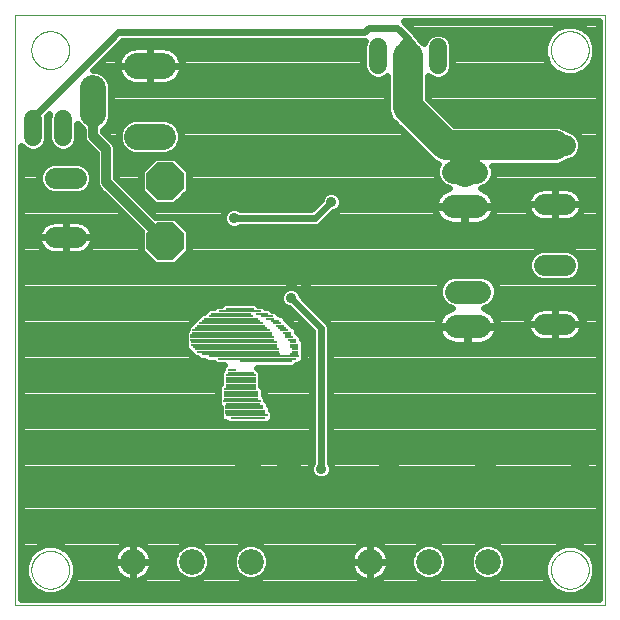
<source format=gbl>
G75*
%MOIN*%
%OFA0B0*%
%FSLAX25Y25*%
%IPPOS*%
%LPD*%
%AMOC8*
5,1,8,0,0,1.08239X$1,22.5*
%
%ADD10C,0.00000*%
%ADD11OC8,0.12400*%
%ADD12C,0.08600*%
%ADD13C,0.07800*%
%ADD14C,0.07050*%
%ADD15C,0.06000*%
%ADD16C,0.08600*%
%ADD17R,0.11811X0.00787*%
%ADD18R,0.14173X0.00787*%
%ADD19R,0.13386X0.00787*%
%ADD20R,0.12598X0.00787*%
%ADD21R,0.11024X0.00787*%
%ADD22R,0.10236X0.00787*%
%ADD23R,0.08661X0.00787*%
%ADD24R,0.03150X0.00787*%
%ADD25R,0.17323X0.00787*%
%ADD26R,0.25984X0.00787*%
%ADD27R,0.29921X0.00787*%
%ADD28R,0.02362X0.00787*%
%ADD29R,0.27559X0.00787*%
%ADD30R,0.28346X0.00787*%
%ADD31R,0.29134X0.00787*%
%ADD32R,0.26772X0.00787*%
%ADD33R,0.24409X0.00787*%
%ADD34R,0.22835X0.00787*%
%ADD35R,0.21260X0.00787*%
%ADD36R,0.19685X0.00787*%
%ADD37R,0.18110X0.00787*%
%ADD38R,0.03937X0.00787*%
%ADD39R,0.14961X0.00787*%
%ADD40R,0.09449X0.00787*%
%ADD41C,0.02400*%
%ADD42C,0.03562*%
%ADD43C,0.05906*%
%ADD44C,0.04000*%
%ADD45C,0.10000*%
%ADD46C,0.03200*%
D10*
X0002300Y0040837D02*
X0199150Y0040837D01*
X0199150Y0237687D01*
X0002300Y0237687D01*
X0002300Y0040837D01*
X0007812Y0052648D02*
X0007814Y0052806D01*
X0007820Y0052964D01*
X0007830Y0053122D01*
X0007844Y0053280D01*
X0007862Y0053437D01*
X0007883Y0053594D01*
X0007909Y0053750D01*
X0007939Y0053906D01*
X0007972Y0054061D01*
X0008010Y0054214D01*
X0008051Y0054367D01*
X0008096Y0054519D01*
X0008145Y0054670D01*
X0008198Y0054819D01*
X0008254Y0054967D01*
X0008314Y0055113D01*
X0008378Y0055258D01*
X0008446Y0055401D01*
X0008517Y0055543D01*
X0008591Y0055683D01*
X0008669Y0055820D01*
X0008751Y0055956D01*
X0008835Y0056090D01*
X0008924Y0056221D01*
X0009015Y0056350D01*
X0009110Y0056477D01*
X0009207Y0056602D01*
X0009308Y0056724D01*
X0009412Y0056843D01*
X0009519Y0056960D01*
X0009629Y0057074D01*
X0009742Y0057185D01*
X0009857Y0057294D01*
X0009975Y0057399D01*
X0010096Y0057501D01*
X0010219Y0057601D01*
X0010345Y0057697D01*
X0010473Y0057790D01*
X0010603Y0057880D01*
X0010736Y0057966D01*
X0010871Y0058050D01*
X0011007Y0058129D01*
X0011146Y0058206D01*
X0011287Y0058278D01*
X0011429Y0058348D01*
X0011573Y0058413D01*
X0011719Y0058475D01*
X0011866Y0058533D01*
X0012015Y0058588D01*
X0012165Y0058639D01*
X0012316Y0058686D01*
X0012468Y0058729D01*
X0012621Y0058768D01*
X0012776Y0058804D01*
X0012931Y0058835D01*
X0013087Y0058863D01*
X0013243Y0058887D01*
X0013400Y0058907D01*
X0013558Y0058923D01*
X0013715Y0058935D01*
X0013874Y0058943D01*
X0014032Y0058947D01*
X0014190Y0058947D01*
X0014348Y0058943D01*
X0014507Y0058935D01*
X0014664Y0058923D01*
X0014822Y0058907D01*
X0014979Y0058887D01*
X0015135Y0058863D01*
X0015291Y0058835D01*
X0015446Y0058804D01*
X0015601Y0058768D01*
X0015754Y0058729D01*
X0015906Y0058686D01*
X0016057Y0058639D01*
X0016207Y0058588D01*
X0016356Y0058533D01*
X0016503Y0058475D01*
X0016649Y0058413D01*
X0016793Y0058348D01*
X0016935Y0058278D01*
X0017076Y0058206D01*
X0017215Y0058129D01*
X0017351Y0058050D01*
X0017486Y0057966D01*
X0017619Y0057880D01*
X0017749Y0057790D01*
X0017877Y0057697D01*
X0018003Y0057601D01*
X0018126Y0057501D01*
X0018247Y0057399D01*
X0018365Y0057294D01*
X0018480Y0057185D01*
X0018593Y0057074D01*
X0018703Y0056960D01*
X0018810Y0056843D01*
X0018914Y0056724D01*
X0019015Y0056602D01*
X0019112Y0056477D01*
X0019207Y0056350D01*
X0019298Y0056221D01*
X0019387Y0056090D01*
X0019471Y0055956D01*
X0019553Y0055820D01*
X0019631Y0055683D01*
X0019705Y0055543D01*
X0019776Y0055401D01*
X0019844Y0055258D01*
X0019908Y0055113D01*
X0019968Y0054967D01*
X0020024Y0054819D01*
X0020077Y0054670D01*
X0020126Y0054519D01*
X0020171Y0054367D01*
X0020212Y0054214D01*
X0020250Y0054061D01*
X0020283Y0053906D01*
X0020313Y0053750D01*
X0020339Y0053594D01*
X0020360Y0053437D01*
X0020378Y0053280D01*
X0020392Y0053122D01*
X0020402Y0052964D01*
X0020408Y0052806D01*
X0020410Y0052648D01*
X0020408Y0052490D01*
X0020402Y0052332D01*
X0020392Y0052174D01*
X0020378Y0052016D01*
X0020360Y0051859D01*
X0020339Y0051702D01*
X0020313Y0051546D01*
X0020283Y0051390D01*
X0020250Y0051235D01*
X0020212Y0051082D01*
X0020171Y0050929D01*
X0020126Y0050777D01*
X0020077Y0050626D01*
X0020024Y0050477D01*
X0019968Y0050329D01*
X0019908Y0050183D01*
X0019844Y0050038D01*
X0019776Y0049895D01*
X0019705Y0049753D01*
X0019631Y0049613D01*
X0019553Y0049476D01*
X0019471Y0049340D01*
X0019387Y0049206D01*
X0019298Y0049075D01*
X0019207Y0048946D01*
X0019112Y0048819D01*
X0019015Y0048694D01*
X0018914Y0048572D01*
X0018810Y0048453D01*
X0018703Y0048336D01*
X0018593Y0048222D01*
X0018480Y0048111D01*
X0018365Y0048002D01*
X0018247Y0047897D01*
X0018126Y0047795D01*
X0018003Y0047695D01*
X0017877Y0047599D01*
X0017749Y0047506D01*
X0017619Y0047416D01*
X0017486Y0047330D01*
X0017351Y0047246D01*
X0017215Y0047167D01*
X0017076Y0047090D01*
X0016935Y0047018D01*
X0016793Y0046948D01*
X0016649Y0046883D01*
X0016503Y0046821D01*
X0016356Y0046763D01*
X0016207Y0046708D01*
X0016057Y0046657D01*
X0015906Y0046610D01*
X0015754Y0046567D01*
X0015601Y0046528D01*
X0015446Y0046492D01*
X0015291Y0046461D01*
X0015135Y0046433D01*
X0014979Y0046409D01*
X0014822Y0046389D01*
X0014664Y0046373D01*
X0014507Y0046361D01*
X0014348Y0046353D01*
X0014190Y0046349D01*
X0014032Y0046349D01*
X0013874Y0046353D01*
X0013715Y0046361D01*
X0013558Y0046373D01*
X0013400Y0046389D01*
X0013243Y0046409D01*
X0013087Y0046433D01*
X0012931Y0046461D01*
X0012776Y0046492D01*
X0012621Y0046528D01*
X0012468Y0046567D01*
X0012316Y0046610D01*
X0012165Y0046657D01*
X0012015Y0046708D01*
X0011866Y0046763D01*
X0011719Y0046821D01*
X0011573Y0046883D01*
X0011429Y0046948D01*
X0011287Y0047018D01*
X0011146Y0047090D01*
X0011007Y0047167D01*
X0010871Y0047246D01*
X0010736Y0047330D01*
X0010603Y0047416D01*
X0010473Y0047506D01*
X0010345Y0047599D01*
X0010219Y0047695D01*
X0010096Y0047795D01*
X0009975Y0047897D01*
X0009857Y0048002D01*
X0009742Y0048111D01*
X0009629Y0048222D01*
X0009519Y0048336D01*
X0009412Y0048453D01*
X0009308Y0048572D01*
X0009207Y0048694D01*
X0009110Y0048819D01*
X0009015Y0048946D01*
X0008924Y0049075D01*
X0008835Y0049206D01*
X0008751Y0049340D01*
X0008669Y0049476D01*
X0008591Y0049613D01*
X0008517Y0049753D01*
X0008446Y0049895D01*
X0008378Y0050038D01*
X0008314Y0050183D01*
X0008254Y0050329D01*
X0008198Y0050477D01*
X0008145Y0050626D01*
X0008096Y0050777D01*
X0008051Y0050929D01*
X0008010Y0051082D01*
X0007972Y0051235D01*
X0007939Y0051390D01*
X0007909Y0051546D01*
X0007883Y0051702D01*
X0007862Y0051859D01*
X0007844Y0052016D01*
X0007830Y0052174D01*
X0007820Y0052332D01*
X0007814Y0052490D01*
X0007812Y0052648D01*
X0007812Y0225876D02*
X0007814Y0226034D01*
X0007820Y0226192D01*
X0007830Y0226350D01*
X0007844Y0226508D01*
X0007862Y0226665D01*
X0007883Y0226822D01*
X0007909Y0226978D01*
X0007939Y0227134D01*
X0007972Y0227289D01*
X0008010Y0227442D01*
X0008051Y0227595D01*
X0008096Y0227747D01*
X0008145Y0227898D01*
X0008198Y0228047D01*
X0008254Y0228195D01*
X0008314Y0228341D01*
X0008378Y0228486D01*
X0008446Y0228629D01*
X0008517Y0228771D01*
X0008591Y0228911D01*
X0008669Y0229048D01*
X0008751Y0229184D01*
X0008835Y0229318D01*
X0008924Y0229449D01*
X0009015Y0229578D01*
X0009110Y0229705D01*
X0009207Y0229830D01*
X0009308Y0229952D01*
X0009412Y0230071D01*
X0009519Y0230188D01*
X0009629Y0230302D01*
X0009742Y0230413D01*
X0009857Y0230522D01*
X0009975Y0230627D01*
X0010096Y0230729D01*
X0010219Y0230829D01*
X0010345Y0230925D01*
X0010473Y0231018D01*
X0010603Y0231108D01*
X0010736Y0231194D01*
X0010871Y0231278D01*
X0011007Y0231357D01*
X0011146Y0231434D01*
X0011287Y0231506D01*
X0011429Y0231576D01*
X0011573Y0231641D01*
X0011719Y0231703D01*
X0011866Y0231761D01*
X0012015Y0231816D01*
X0012165Y0231867D01*
X0012316Y0231914D01*
X0012468Y0231957D01*
X0012621Y0231996D01*
X0012776Y0232032D01*
X0012931Y0232063D01*
X0013087Y0232091D01*
X0013243Y0232115D01*
X0013400Y0232135D01*
X0013558Y0232151D01*
X0013715Y0232163D01*
X0013874Y0232171D01*
X0014032Y0232175D01*
X0014190Y0232175D01*
X0014348Y0232171D01*
X0014507Y0232163D01*
X0014664Y0232151D01*
X0014822Y0232135D01*
X0014979Y0232115D01*
X0015135Y0232091D01*
X0015291Y0232063D01*
X0015446Y0232032D01*
X0015601Y0231996D01*
X0015754Y0231957D01*
X0015906Y0231914D01*
X0016057Y0231867D01*
X0016207Y0231816D01*
X0016356Y0231761D01*
X0016503Y0231703D01*
X0016649Y0231641D01*
X0016793Y0231576D01*
X0016935Y0231506D01*
X0017076Y0231434D01*
X0017215Y0231357D01*
X0017351Y0231278D01*
X0017486Y0231194D01*
X0017619Y0231108D01*
X0017749Y0231018D01*
X0017877Y0230925D01*
X0018003Y0230829D01*
X0018126Y0230729D01*
X0018247Y0230627D01*
X0018365Y0230522D01*
X0018480Y0230413D01*
X0018593Y0230302D01*
X0018703Y0230188D01*
X0018810Y0230071D01*
X0018914Y0229952D01*
X0019015Y0229830D01*
X0019112Y0229705D01*
X0019207Y0229578D01*
X0019298Y0229449D01*
X0019387Y0229318D01*
X0019471Y0229184D01*
X0019553Y0229048D01*
X0019631Y0228911D01*
X0019705Y0228771D01*
X0019776Y0228629D01*
X0019844Y0228486D01*
X0019908Y0228341D01*
X0019968Y0228195D01*
X0020024Y0228047D01*
X0020077Y0227898D01*
X0020126Y0227747D01*
X0020171Y0227595D01*
X0020212Y0227442D01*
X0020250Y0227289D01*
X0020283Y0227134D01*
X0020313Y0226978D01*
X0020339Y0226822D01*
X0020360Y0226665D01*
X0020378Y0226508D01*
X0020392Y0226350D01*
X0020402Y0226192D01*
X0020408Y0226034D01*
X0020410Y0225876D01*
X0020408Y0225718D01*
X0020402Y0225560D01*
X0020392Y0225402D01*
X0020378Y0225244D01*
X0020360Y0225087D01*
X0020339Y0224930D01*
X0020313Y0224774D01*
X0020283Y0224618D01*
X0020250Y0224463D01*
X0020212Y0224310D01*
X0020171Y0224157D01*
X0020126Y0224005D01*
X0020077Y0223854D01*
X0020024Y0223705D01*
X0019968Y0223557D01*
X0019908Y0223411D01*
X0019844Y0223266D01*
X0019776Y0223123D01*
X0019705Y0222981D01*
X0019631Y0222841D01*
X0019553Y0222704D01*
X0019471Y0222568D01*
X0019387Y0222434D01*
X0019298Y0222303D01*
X0019207Y0222174D01*
X0019112Y0222047D01*
X0019015Y0221922D01*
X0018914Y0221800D01*
X0018810Y0221681D01*
X0018703Y0221564D01*
X0018593Y0221450D01*
X0018480Y0221339D01*
X0018365Y0221230D01*
X0018247Y0221125D01*
X0018126Y0221023D01*
X0018003Y0220923D01*
X0017877Y0220827D01*
X0017749Y0220734D01*
X0017619Y0220644D01*
X0017486Y0220558D01*
X0017351Y0220474D01*
X0017215Y0220395D01*
X0017076Y0220318D01*
X0016935Y0220246D01*
X0016793Y0220176D01*
X0016649Y0220111D01*
X0016503Y0220049D01*
X0016356Y0219991D01*
X0016207Y0219936D01*
X0016057Y0219885D01*
X0015906Y0219838D01*
X0015754Y0219795D01*
X0015601Y0219756D01*
X0015446Y0219720D01*
X0015291Y0219689D01*
X0015135Y0219661D01*
X0014979Y0219637D01*
X0014822Y0219617D01*
X0014664Y0219601D01*
X0014507Y0219589D01*
X0014348Y0219581D01*
X0014190Y0219577D01*
X0014032Y0219577D01*
X0013874Y0219581D01*
X0013715Y0219589D01*
X0013558Y0219601D01*
X0013400Y0219617D01*
X0013243Y0219637D01*
X0013087Y0219661D01*
X0012931Y0219689D01*
X0012776Y0219720D01*
X0012621Y0219756D01*
X0012468Y0219795D01*
X0012316Y0219838D01*
X0012165Y0219885D01*
X0012015Y0219936D01*
X0011866Y0219991D01*
X0011719Y0220049D01*
X0011573Y0220111D01*
X0011429Y0220176D01*
X0011287Y0220246D01*
X0011146Y0220318D01*
X0011007Y0220395D01*
X0010871Y0220474D01*
X0010736Y0220558D01*
X0010603Y0220644D01*
X0010473Y0220734D01*
X0010345Y0220827D01*
X0010219Y0220923D01*
X0010096Y0221023D01*
X0009975Y0221125D01*
X0009857Y0221230D01*
X0009742Y0221339D01*
X0009629Y0221450D01*
X0009519Y0221564D01*
X0009412Y0221681D01*
X0009308Y0221800D01*
X0009207Y0221922D01*
X0009110Y0222047D01*
X0009015Y0222174D01*
X0008924Y0222303D01*
X0008835Y0222434D01*
X0008751Y0222568D01*
X0008669Y0222704D01*
X0008591Y0222841D01*
X0008517Y0222981D01*
X0008446Y0223123D01*
X0008378Y0223266D01*
X0008314Y0223411D01*
X0008254Y0223557D01*
X0008198Y0223705D01*
X0008145Y0223854D01*
X0008096Y0224005D01*
X0008051Y0224157D01*
X0008010Y0224310D01*
X0007972Y0224463D01*
X0007939Y0224618D01*
X0007909Y0224774D01*
X0007883Y0224930D01*
X0007862Y0225087D01*
X0007844Y0225244D01*
X0007830Y0225402D01*
X0007820Y0225560D01*
X0007814Y0225718D01*
X0007812Y0225876D01*
X0181040Y0225876D02*
X0181042Y0226034D01*
X0181048Y0226192D01*
X0181058Y0226350D01*
X0181072Y0226508D01*
X0181090Y0226665D01*
X0181111Y0226822D01*
X0181137Y0226978D01*
X0181167Y0227134D01*
X0181200Y0227289D01*
X0181238Y0227442D01*
X0181279Y0227595D01*
X0181324Y0227747D01*
X0181373Y0227898D01*
X0181426Y0228047D01*
X0181482Y0228195D01*
X0181542Y0228341D01*
X0181606Y0228486D01*
X0181674Y0228629D01*
X0181745Y0228771D01*
X0181819Y0228911D01*
X0181897Y0229048D01*
X0181979Y0229184D01*
X0182063Y0229318D01*
X0182152Y0229449D01*
X0182243Y0229578D01*
X0182338Y0229705D01*
X0182435Y0229830D01*
X0182536Y0229952D01*
X0182640Y0230071D01*
X0182747Y0230188D01*
X0182857Y0230302D01*
X0182970Y0230413D01*
X0183085Y0230522D01*
X0183203Y0230627D01*
X0183324Y0230729D01*
X0183447Y0230829D01*
X0183573Y0230925D01*
X0183701Y0231018D01*
X0183831Y0231108D01*
X0183964Y0231194D01*
X0184099Y0231278D01*
X0184235Y0231357D01*
X0184374Y0231434D01*
X0184515Y0231506D01*
X0184657Y0231576D01*
X0184801Y0231641D01*
X0184947Y0231703D01*
X0185094Y0231761D01*
X0185243Y0231816D01*
X0185393Y0231867D01*
X0185544Y0231914D01*
X0185696Y0231957D01*
X0185849Y0231996D01*
X0186004Y0232032D01*
X0186159Y0232063D01*
X0186315Y0232091D01*
X0186471Y0232115D01*
X0186628Y0232135D01*
X0186786Y0232151D01*
X0186943Y0232163D01*
X0187102Y0232171D01*
X0187260Y0232175D01*
X0187418Y0232175D01*
X0187576Y0232171D01*
X0187735Y0232163D01*
X0187892Y0232151D01*
X0188050Y0232135D01*
X0188207Y0232115D01*
X0188363Y0232091D01*
X0188519Y0232063D01*
X0188674Y0232032D01*
X0188829Y0231996D01*
X0188982Y0231957D01*
X0189134Y0231914D01*
X0189285Y0231867D01*
X0189435Y0231816D01*
X0189584Y0231761D01*
X0189731Y0231703D01*
X0189877Y0231641D01*
X0190021Y0231576D01*
X0190163Y0231506D01*
X0190304Y0231434D01*
X0190443Y0231357D01*
X0190579Y0231278D01*
X0190714Y0231194D01*
X0190847Y0231108D01*
X0190977Y0231018D01*
X0191105Y0230925D01*
X0191231Y0230829D01*
X0191354Y0230729D01*
X0191475Y0230627D01*
X0191593Y0230522D01*
X0191708Y0230413D01*
X0191821Y0230302D01*
X0191931Y0230188D01*
X0192038Y0230071D01*
X0192142Y0229952D01*
X0192243Y0229830D01*
X0192340Y0229705D01*
X0192435Y0229578D01*
X0192526Y0229449D01*
X0192615Y0229318D01*
X0192699Y0229184D01*
X0192781Y0229048D01*
X0192859Y0228911D01*
X0192933Y0228771D01*
X0193004Y0228629D01*
X0193072Y0228486D01*
X0193136Y0228341D01*
X0193196Y0228195D01*
X0193252Y0228047D01*
X0193305Y0227898D01*
X0193354Y0227747D01*
X0193399Y0227595D01*
X0193440Y0227442D01*
X0193478Y0227289D01*
X0193511Y0227134D01*
X0193541Y0226978D01*
X0193567Y0226822D01*
X0193588Y0226665D01*
X0193606Y0226508D01*
X0193620Y0226350D01*
X0193630Y0226192D01*
X0193636Y0226034D01*
X0193638Y0225876D01*
X0193636Y0225718D01*
X0193630Y0225560D01*
X0193620Y0225402D01*
X0193606Y0225244D01*
X0193588Y0225087D01*
X0193567Y0224930D01*
X0193541Y0224774D01*
X0193511Y0224618D01*
X0193478Y0224463D01*
X0193440Y0224310D01*
X0193399Y0224157D01*
X0193354Y0224005D01*
X0193305Y0223854D01*
X0193252Y0223705D01*
X0193196Y0223557D01*
X0193136Y0223411D01*
X0193072Y0223266D01*
X0193004Y0223123D01*
X0192933Y0222981D01*
X0192859Y0222841D01*
X0192781Y0222704D01*
X0192699Y0222568D01*
X0192615Y0222434D01*
X0192526Y0222303D01*
X0192435Y0222174D01*
X0192340Y0222047D01*
X0192243Y0221922D01*
X0192142Y0221800D01*
X0192038Y0221681D01*
X0191931Y0221564D01*
X0191821Y0221450D01*
X0191708Y0221339D01*
X0191593Y0221230D01*
X0191475Y0221125D01*
X0191354Y0221023D01*
X0191231Y0220923D01*
X0191105Y0220827D01*
X0190977Y0220734D01*
X0190847Y0220644D01*
X0190714Y0220558D01*
X0190579Y0220474D01*
X0190443Y0220395D01*
X0190304Y0220318D01*
X0190163Y0220246D01*
X0190021Y0220176D01*
X0189877Y0220111D01*
X0189731Y0220049D01*
X0189584Y0219991D01*
X0189435Y0219936D01*
X0189285Y0219885D01*
X0189134Y0219838D01*
X0188982Y0219795D01*
X0188829Y0219756D01*
X0188674Y0219720D01*
X0188519Y0219689D01*
X0188363Y0219661D01*
X0188207Y0219637D01*
X0188050Y0219617D01*
X0187892Y0219601D01*
X0187735Y0219589D01*
X0187576Y0219581D01*
X0187418Y0219577D01*
X0187260Y0219577D01*
X0187102Y0219581D01*
X0186943Y0219589D01*
X0186786Y0219601D01*
X0186628Y0219617D01*
X0186471Y0219637D01*
X0186315Y0219661D01*
X0186159Y0219689D01*
X0186004Y0219720D01*
X0185849Y0219756D01*
X0185696Y0219795D01*
X0185544Y0219838D01*
X0185393Y0219885D01*
X0185243Y0219936D01*
X0185094Y0219991D01*
X0184947Y0220049D01*
X0184801Y0220111D01*
X0184657Y0220176D01*
X0184515Y0220246D01*
X0184374Y0220318D01*
X0184235Y0220395D01*
X0184099Y0220474D01*
X0183964Y0220558D01*
X0183831Y0220644D01*
X0183701Y0220734D01*
X0183573Y0220827D01*
X0183447Y0220923D01*
X0183324Y0221023D01*
X0183203Y0221125D01*
X0183085Y0221230D01*
X0182970Y0221339D01*
X0182857Y0221450D01*
X0182747Y0221564D01*
X0182640Y0221681D01*
X0182536Y0221800D01*
X0182435Y0221922D01*
X0182338Y0222047D01*
X0182243Y0222174D01*
X0182152Y0222303D01*
X0182063Y0222434D01*
X0181979Y0222568D01*
X0181897Y0222704D01*
X0181819Y0222841D01*
X0181745Y0222981D01*
X0181674Y0223123D01*
X0181606Y0223266D01*
X0181542Y0223411D01*
X0181482Y0223557D01*
X0181426Y0223705D01*
X0181373Y0223854D01*
X0181324Y0224005D01*
X0181279Y0224157D01*
X0181238Y0224310D01*
X0181200Y0224463D01*
X0181167Y0224618D01*
X0181137Y0224774D01*
X0181111Y0224930D01*
X0181090Y0225087D01*
X0181072Y0225244D01*
X0181058Y0225402D01*
X0181048Y0225560D01*
X0181042Y0225718D01*
X0181040Y0225876D01*
X0181040Y0052648D02*
X0181042Y0052806D01*
X0181048Y0052964D01*
X0181058Y0053122D01*
X0181072Y0053280D01*
X0181090Y0053437D01*
X0181111Y0053594D01*
X0181137Y0053750D01*
X0181167Y0053906D01*
X0181200Y0054061D01*
X0181238Y0054214D01*
X0181279Y0054367D01*
X0181324Y0054519D01*
X0181373Y0054670D01*
X0181426Y0054819D01*
X0181482Y0054967D01*
X0181542Y0055113D01*
X0181606Y0055258D01*
X0181674Y0055401D01*
X0181745Y0055543D01*
X0181819Y0055683D01*
X0181897Y0055820D01*
X0181979Y0055956D01*
X0182063Y0056090D01*
X0182152Y0056221D01*
X0182243Y0056350D01*
X0182338Y0056477D01*
X0182435Y0056602D01*
X0182536Y0056724D01*
X0182640Y0056843D01*
X0182747Y0056960D01*
X0182857Y0057074D01*
X0182970Y0057185D01*
X0183085Y0057294D01*
X0183203Y0057399D01*
X0183324Y0057501D01*
X0183447Y0057601D01*
X0183573Y0057697D01*
X0183701Y0057790D01*
X0183831Y0057880D01*
X0183964Y0057966D01*
X0184099Y0058050D01*
X0184235Y0058129D01*
X0184374Y0058206D01*
X0184515Y0058278D01*
X0184657Y0058348D01*
X0184801Y0058413D01*
X0184947Y0058475D01*
X0185094Y0058533D01*
X0185243Y0058588D01*
X0185393Y0058639D01*
X0185544Y0058686D01*
X0185696Y0058729D01*
X0185849Y0058768D01*
X0186004Y0058804D01*
X0186159Y0058835D01*
X0186315Y0058863D01*
X0186471Y0058887D01*
X0186628Y0058907D01*
X0186786Y0058923D01*
X0186943Y0058935D01*
X0187102Y0058943D01*
X0187260Y0058947D01*
X0187418Y0058947D01*
X0187576Y0058943D01*
X0187735Y0058935D01*
X0187892Y0058923D01*
X0188050Y0058907D01*
X0188207Y0058887D01*
X0188363Y0058863D01*
X0188519Y0058835D01*
X0188674Y0058804D01*
X0188829Y0058768D01*
X0188982Y0058729D01*
X0189134Y0058686D01*
X0189285Y0058639D01*
X0189435Y0058588D01*
X0189584Y0058533D01*
X0189731Y0058475D01*
X0189877Y0058413D01*
X0190021Y0058348D01*
X0190163Y0058278D01*
X0190304Y0058206D01*
X0190443Y0058129D01*
X0190579Y0058050D01*
X0190714Y0057966D01*
X0190847Y0057880D01*
X0190977Y0057790D01*
X0191105Y0057697D01*
X0191231Y0057601D01*
X0191354Y0057501D01*
X0191475Y0057399D01*
X0191593Y0057294D01*
X0191708Y0057185D01*
X0191821Y0057074D01*
X0191931Y0056960D01*
X0192038Y0056843D01*
X0192142Y0056724D01*
X0192243Y0056602D01*
X0192340Y0056477D01*
X0192435Y0056350D01*
X0192526Y0056221D01*
X0192615Y0056090D01*
X0192699Y0055956D01*
X0192781Y0055820D01*
X0192859Y0055683D01*
X0192933Y0055543D01*
X0193004Y0055401D01*
X0193072Y0055258D01*
X0193136Y0055113D01*
X0193196Y0054967D01*
X0193252Y0054819D01*
X0193305Y0054670D01*
X0193354Y0054519D01*
X0193399Y0054367D01*
X0193440Y0054214D01*
X0193478Y0054061D01*
X0193511Y0053906D01*
X0193541Y0053750D01*
X0193567Y0053594D01*
X0193588Y0053437D01*
X0193606Y0053280D01*
X0193620Y0053122D01*
X0193630Y0052964D01*
X0193636Y0052806D01*
X0193638Y0052648D01*
X0193636Y0052490D01*
X0193630Y0052332D01*
X0193620Y0052174D01*
X0193606Y0052016D01*
X0193588Y0051859D01*
X0193567Y0051702D01*
X0193541Y0051546D01*
X0193511Y0051390D01*
X0193478Y0051235D01*
X0193440Y0051082D01*
X0193399Y0050929D01*
X0193354Y0050777D01*
X0193305Y0050626D01*
X0193252Y0050477D01*
X0193196Y0050329D01*
X0193136Y0050183D01*
X0193072Y0050038D01*
X0193004Y0049895D01*
X0192933Y0049753D01*
X0192859Y0049613D01*
X0192781Y0049476D01*
X0192699Y0049340D01*
X0192615Y0049206D01*
X0192526Y0049075D01*
X0192435Y0048946D01*
X0192340Y0048819D01*
X0192243Y0048694D01*
X0192142Y0048572D01*
X0192038Y0048453D01*
X0191931Y0048336D01*
X0191821Y0048222D01*
X0191708Y0048111D01*
X0191593Y0048002D01*
X0191475Y0047897D01*
X0191354Y0047795D01*
X0191231Y0047695D01*
X0191105Y0047599D01*
X0190977Y0047506D01*
X0190847Y0047416D01*
X0190714Y0047330D01*
X0190579Y0047246D01*
X0190443Y0047167D01*
X0190304Y0047090D01*
X0190163Y0047018D01*
X0190021Y0046948D01*
X0189877Y0046883D01*
X0189731Y0046821D01*
X0189584Y0046763D01*
X0189435Y0046708D01*
X0189285Y0046657D01*
X0189134Y0046610D01*
X0188982Y0046567D01*
X0188829Y0046528D01*
X0188674Y0046492D01*
X0188519Y0046461D01*
X0188363Y0046433D01*
X0188207Y0046409D01*
X0188050Y0046389D01*
X0187892Y0046373D01*
X0187735Y0046361D01*
X0187576Y0046353D01*
X0187418Y0046349D01*
X0187260Y0046349D01*
X0187102Y0046353D01*
X0186943Y0046361D01*
X0186786Y0046373D01*
X0186628Y0046389D01*
X0186471Y0046409D01*
X0186315Y0046433D01*
X0186159Y0046461D01*
X0186004Y0046492D01*
X0185849Y0046528D01*
X0185696Y0046567D01*
X0185544Y0046610D01*
X0185393Y0046657D01*
X0185243Y0046708D01*
X0185094Y0046763D01*
X0184947Y0046821D01*
X0184801Y0046883D01*
X0184657Y0046948D01*
X0184515Y0047018D01*
X0184374Y0047090D01*
X0184235Y0047167D01*
X0184099Y0047246D01*
X0183964Y0047330D01*
X0183831Y0047416D01*
X0183701Y0047506D01*
X0183573Y0047599D01*
X0183447Y0047695D01*
X0183324Y0047795D01*
X0183203Y0047897D01*
X0183085Y0048002D01*
X0182970Y0048111D01*
X0182857Y0048222D01*
X0182747Y0048336D01*
X0182640Y0048453D01*
X0182536Y0048572D01*
X0182435Y0048694D01*
X0182338Y0048819D01*
X0182243Y0048946D01*
X0182152Y0049075D01*
X0182063Y0049206D01*
X0181979Y0049340D01*
X0181897Y0049476D01*
X0181819Y0049613D01*
X0181745Y0049753D01*
X0181674Y0049895D01*
X0181606Y0050038D01*
X0181542Y0050183D01*
X0181482Y0050329D01*
X0181426Y0050477D01*
X0181373Y0050626D01*
X0181324Y0050777D01*
X0181279Y0050929D01*
X0181238Y0051082D01*
X0181200Y0051235D01*
X0181167Y0051390D01*
X0181137Y0051546D01*
X0181111Y0051702D01*
X0181090Y0051859D01*
X0181072Y0052016D01*
X0181058Y0052174D01*
X0181048Y0052332D01*
X0181042Y0052490D01*
X0181040Y0052648D01*
D11*
X0052300Y0162337D03*
X0052300Y0182337D03*
D12*
X0051600Y0197026D02*
X0043000Y0197026D01*
X0028402Y0204537D02*
X0028402Y0213137D01*
X0043000Y0220648D02*
X0051600Y0220648D01*
D13*
X0148400Y0185337D02*
X0156200Y0185337D01*
X0156200Y0173837D02*
X0148400Y0173837D01*
X0149400Y0145337D02*
X0157200Y0145337D01*
X0157200Y0133837D02*
X0149400Y0133837D01*
D14*
X0178775Y0134494D02*
X0185825Y0134494D01*
X0185825Y0154180D02*
X0178775Y0154180D01*
X0178775Y0174494D02*
X0185825Y0174494D01*
X0185825Y0194180D02*
X0178775Y0194180D01*
X0022825Y0183180D02*
X0015775Y0183180D01*
X0015775Y0163494D02*
X0022825Y0163494D01*
D15*
X0018300Y0196837D02*
X0018300Y0202837D01*
X0008300Y0202837D02*
X0008300Y0196837D01*
X0123300Y0220837D02*
X0123300Y0226837D01*
X0133300Y0226837D02*
X0133300Y0220837D01*
X0143300Y0220837D02*
X0143300Y0226837D01*
D16*
X0140300Y0055337D03*
X0120615Y0055337D03*
X0080985Y0055337D03*
X0061300Y0055337D03*
X0041615Y0055337D03*
X0159985Y0055337D03*
D17*
X0079977Y0103337D03*
X0078402Y0108061D03*
X0077615Y0109636D03*
X0077615Y0110424D03*
X0077615Y0111211D03*
X0077615Y0111998D03*
D18*
X0079583Y0104124D03*
X0077221Y0138770D03*
D19*
X0074465Y0137983D03*
X0079190Y0105699D03*
X0079190Y0104912D03*
D20*
X0078796Y0106487D03*
X0078796Y0107274D03*
X0078009Y0108849D03*
D21*
X0077221Y0112786D03*
D22*
X0077615Y0113573D03*
X0077615Y0114361D03*
X0077615Y0115148D03*
X0077615Y0115935D03*
X0077615Y0116723D03*
X0077615Y0117510D03*
D23*
X0077615Y0118298D03*
D24*
X0074859Y0119085D03*
X0087457Y0136408D03*
X0089032Y0135620D03*
X0089820Y0134833D03*
X0090607Y0134046D03*
X0091394Y0133258D03*
X0092182Y0132471D03*
X0092969Y0131683D03*
X0093757Y0130109D03*
X0094544Y0129321D03*
X0095331Y0127746D03*
X0095331Y0126959D03*
X0095331Y0124597D03*
D25*
X0085883Y0122235D03*
D26*
X0083127Y0123022D03*
X0077615Y0124597D03*
X0074465Y0132471D03*
D27*
X0081946Y0123809D03*
D28*
X0093363Y0130896D03*
X0094938Y0128534D03*
X0095725Y0126172D03*
X0095725Y0125384D03*
D29*
X0076828Y0125384D03*
X0074465Y0130896D03*
D30*
X0074859Y0130109D03*
X0074859Y0129321D03*
X0075646Y0126959D03*
X0076434Y0126172D03*
D31*
X0075253Y0127746D03*
X0075253Y0128534D03*
D32*
X0074859Y0131683D03*
D33*
X0074465Y0133258D03*
D34*
X0074465Y0134046D03*
D35*
X0074465Y0134833D03*
D36*
X0074465Y0135620D03*
D37*
X0074465Y0136408D03*
D38*
X0084702Y0137983D03*
X0086276Y0137195D03*
D39*
X0074465Y0137195D03*
D40*
X0077221Y0139557D03*
D41*
X0071751Y0141751D02*
X0070964Y0140964D01*
X0069389Y0140964D01*
X0068602Y0140176D01*
X0067027Y0140176D01*
X0065972Y0139122D01*
X0065452Y0138602D01*
X0064665Y0138602D01*
X0063610Y0137547D01*
X0062823Y0136760D01*
X0062035Y0135972D01*
X0061248Y0135185D01*
X0060461Y0134398D01*
X0060461Y0134398D01*
X0059673Y0133610D01*
X0059673Y0132823D01*
X0058886Y0132035D01*
X0058886Y0126607D01*
X0059940Y0125553D01*
X0060728Y0124765D01*
X0061515Y0123978D01*
X0062302Y0123191D01*
X0063090Y0123191D01*
X0063877Y0122403D01*
X0065452Y0122403D01*
X0066239Y0121616D01*
X0068602Y0121616D01*
X0069389Y0120828D01*
X0072088Y0120828D01*
X0071484Y0120224D01*
X0071484Y0119437D01*
X0070697Y0118650D01*
X0070697Y0114712D01*
X0069909Y0113925D01*
X0069909Y0107710D01*
X0070697Y0106922D01*
X0070697Y0102985D01*
X0071751Y0101931D01*
X0072539Y0101931D01*
X0073326Y0101143D01*
X0086628Y0101143D01*
X0087416Y0101931D01*
X0088470Y0102985D01*
X0088470Y0105264D01*
X0087683Y0106051D01*
X0087683Y0106838D01*
X0086895Y0107626D01*
X0086895Y0108413D01*
X0086108Y0109201D01*
X0086108Y0109988D01*
X0085320Y0110775D01*
X0085320Y0113138D01*
X0084533Y0113925D01*
X0084533Y0118650D01*
X0083746Y0119437D01*
X0083142Y0120041D01*
X0095290Y0120041D01*
X0096077Y0120828D01*
X0096864Y0120828D01*
X0097652Y0121616D01*
X0098706Y0122670D01*
X0098706Y0128886D01*
X0097919Y0129673D01*
X0097919Y0130461D01*
X0097131Y0131248D01*
X0096344Y0132035D01*
X0096344Y0132823D01*
X0095290Y0133877D01*
X0095290Y0133877D01*
X0094769Y0134398D01*
X0093982Y0135185D01*
X0093194Y0135972D01*
X0092407Y0136760D01*
X0091353Y0137814D01*
X0090565Y0137814D01*
X0090045Y0138335D01*
X0088990Y0139389D01*
X0088203Y0139389D01*
X0087416Y0140176D01*
X0085841Y0140176D01*
X0085053Y0140964D01*
X0083479Y0140964D01*
X0082691Y0141751D01*
X0071751Y0141751D01*
X0071575Y0141574D02*
X0004500Y0141574D01*
X0004500Y0139176D02*
X0066026Y0139176D01*
X0062800Y0139337D02*
X0062300Y0138837D01*
X0059800Y0138837D01*
X0062841Y0136777D02*
X0004500Y0136777D01*
X0004500Y0134379D02*
X0060442Y0134379D01*
X0058886Y0131980D02*
X0004500Y0131980D01*
X0004500Y0129582D02*
X0058886Y0129582D01*
X0058886Y0127183D02*
X0004500Y0127183D01*
X0004500Y0124785D02*
X0060708Y0124785D01*
X0065469Y0122386D02*
X0004500Y0122386D01*
X0004500Y0119988D02*
X0071484Y0119988D01*
X0070697Y0117589D02*
X0004500Y0117589D01*
X0004500Y0115191D02*
X0070697Y0115191D01*
X0069909Y0112792D02*
X0004500Y0112792D01*
X0004500Y0110394D02*
X0069909Y0110394D01*
X0069909Y0107995D02*
X0004500Y0107995D01*
X0004500Y0105597D02*
X0070697Y0105597D01*
X0070697Y0103198D02*
X0004500Y0103198D01*
X0004500Y0100800D02*
X0101300Y0100800D01*
X0101300Y0103198D02*
X0088470Y0103198D01*
X0088137Y0105597D02*
X0101300Y0105597D01*
X0101300Y0107995D02*
X0086895Y0107995D01*
X0085702Y0110394D02*
X0101300Y0110394D01*
X0101300Y0112792D02*
X0085320Y0112792D01*
X0084533Y0115191D02*
X0101300Y0115191D01*
X0101300Y0117589D02*
X0084533Y0117589D01*
X0083195Y0119988D02*
X0101300Y0119988D01*
X0101300Y0122386D02*
X0098423Y0122386D01*
X0098706Y0124785D02*
X0101300Y0124785D01*
X0101300Y0127183D02*
X0098706Y0127183D01*
X0098010Y0129582D02*
X0101300Y0129582D01*
X0101300Y0131980D02*
X0096399Y0131980D01*
X0094788Y0134379D02*
X0099015Y0134379D01*
X0101300Y0132094D02*
X0101300Y0088401D01*
X0101264Y0088366D01*
X0100719Y0087049D01*
X0100719Y0085625D01*
X0101264Y0084308D01*
X0102271Y0083301D01*
X0103588Y0082756D01*
X0105012Y0082756D01*
X0106329Y0083301D01*
X0107336Y0084308D01*
X0107881Y0085625D01*
X0107881Y0087049D01*
X0107336Y0088366D01*
X0107300Y0088401D01*
X0107300Y0133934D01*
X0106843Y0135036D01*
X0097881Y0143999D01*
X0097881Y0144049D01*
X0097336Y0145366D01*
X0096329Y0146373D01*
X0095012Y0146918D01*
X0093588Y0146918D01*
X0092271Y0146373D01*
X0091264Y0145366D01*
X0090719Y0144049D01*
X0090719Y0142625D01*
X0091264Y0141308D01*
X0092271Y0140301D01*
X0093588Y0139756D01*
X0093638Y0139756D01*
X0101300Y0132094D01*
X0104300Y0133337D02*
X0094300Y0143337D01*
X0091154Y0141574D02*
X0082868Y0141574D01*
X0089203Y0139176D02*
X0094218Y0139176D01*
X0092389Y0136777D02*
X0096617Y0136777D01*
X0094769Y0134398D02*
X0094769Y0134398D01*
X0093982Y0135185D02*
X0093982Y0135185D01*
X0100305Y0141574D02*
X0145101Y0141574D01*
X0144568Y0142108D02*
X0143700Y0144203D01*
X0143700Y0146471D01*
X0144568Y0148566D01*
X0146171Y0150169D01*
X0148266Y0151037D01*
X0158334Y0151037D01*
X0160429Y0150169D01*
X0162032Y0148566D01*
X0162900Y0146471D01*
X0162900Y0144203D01*
X0162032Y0142108D01*
X0160429Y0140505D01*
X0158666Y0139775D01*
X0159542Y0139490D01*
X0160397Y0139054D01*
X0161174Y0138490D01*
X0161853Y0137811D01*
X0162417Y0137034D01*
X0162853Y0136179D01*
X0163150Y0135265D01*
X0163300Y0134317D01*
X0163300Y0133937D01*
X0153400Y0133937D01*
X0153400Y0133737D01*
X0163300Y0133737D01*
X0163300Y0133357D01*
X0163150Y0132409D01*
X0162853Y0131495D01*
X0162417Y0130640D01*
X0161853Y0129863D01*
X0161174Y0129184D01*
X0160397Y0128620D01*
X0159542Y0128184D01*
X0158628Y0127887D01*
X0157680Y0127737D01*
X0153400Y0127737D01*
X0153400Y0133737D01*
X0153200Y0133737D01*
X0153200Y0127737D01*
X0148920Y0127737D01*
X0147972Y0127887D01*
X0147058Y0128184D01*
X0146203Y0128620D01*
X0145426Y0129184D01*
X0144747Y0129863D01*
X0144183Y0130640D01*
X0143747Y0131495D01*
X0143450Y0132409D01*
X0143300Y0133357D01*
X0143300Y0133737D01*
X0153200Y0133737D01*
X0153200Y0133937D01*
X0143300Y0133937D01*
X0143300Y0134317D01*
X0143450Y0135265D01*
X0143747Y0136179D01*
X0144183Y0137034D01*
X0144747Y0137811D01*
X0145426Y0138490D01*
X0146203Y0139054D01*
X0147058Y0139490D01*
X0147934Y0139775D01*
X0146171Y0140505D01*
X0144568Y0142108D01*
X0143795Y0143973D02*
X0097907Y0143973D01*
X0099300Y0142837D02*
X0099300Y0147337D01*
X0096330Y0146372D02*
X0143700Y0146372D01*
X0144772Y0148770D02*
X0004500Y0148770D01*
X0004500Y0146372D02*
X0092270Y0146372D01*
X0090719Y0143973D02*
X0004500Y0143973D01*
X0004500Y0151169D02*
X0174258Y0151169D01*
X0174261Y0151163D02*
X0175759Y0149665D01*
X0177716Y0148855D01*
X0186884Y0148855D01*
X0188841Y0149665D01*
X0190339Y0151163D01*
X0191150Y0153120D01*
X0191150Y0155239D01*
X0190339Y0157196D01*
X0188841Y0158694D01*
X0186884Y0159505D01*
X0177716Y0159505D01*
X0175759Y0158694D01*
X0174261Y0157196D01*
X0173450Y0155239D01*
X0173450Y0153120D01*
X0174261Y0151163D01*
X0173450Y0153567D02*
X0004500Y0153567D01*
X0004500Y0155966D02*
X0047358Y0155966D01*
X0048986Y0154337D02*
X0055614Y0154337D01*
X0060300Y0159023D01*
X0060300Y0165651D01*
X0055614Y0170337D01*
X0049108Y0170337D01*
X0036200Y0183245D01*
X0036200Y0193513D01*
X0035682Y0194763D01*
X0031700Y0198745D01*
X0031700Y0199300D01*
X0031858Y0199366D01*
X0033574Y0201082D01*
X0034502Y0203324D01*
X0034502Y0214350D01*
X0033574Y0216592D01*
X0031858Y0218308D01*
X0029616Y0219237D01*
X0028443Y0219237D01*
X0038043Y0228837D01*
X0118933Y0228837D01*
X0118500Y0227792D01*
X0118500Y0219882D01*
X0119231Y0218118D01*
X0120581Y0216768D01*
X0122345Y0216037D01*
X0124255Y0216037D01*
X0126019Y0216768D01*
X0126500Y0217249D01*
X0126500Y0205484D01*
X0127535Y0202985D01*
X0129448Y0201072D01*
X0142106Y0188415D01*
X0143300Y0187920D01*
X0142700Y0186471D01*
X0142700Y0184203D01*
X0143568Y0182108D01*
X0145171Y0180505D01*
X0146934Y0179775D01*
X0146058Y0179490D01*
X0145203Y0179054D01*
X0144426Y0178490D01*
X0143747Y0177811D01*
X0143183Y0177034D01*
X0142747Y0176179D01*
X0142450Y0175265D01*
X0142300Y0174317D01*
X0142300Y0173937D01*
X0152200Y0173937D01*
X0152200Y0173737D01*
X0152400Y0173737D01*
X0152400Y0173937D01*
X0162300Y0173937D01*
X0162300Y0174317D01*
X0162150Y0175265D01*
X0161853Y0176179D01*
X0161417Y0177034D01*
X0160853Y0177811D01*
X0160174Y0178490D01*
X0159397Y0179054D01*
X0158542Y0179490D01*
X0157666Y0179775D01*
X0159429Y0180505D01*
X0161032Y0182108D01*
X0161900Y0184203D01*
X0161900Y0186471D01*
X0161524Y0187380D01*
X0183653Y0187380D01*
X0186152Y0188415D01*
X0186592Y0188855D01*
X0186884Y0188855D01*
X0188841Y0189665D01*
X0190339Y0191163D01*
X0191150Y0193120D01*
X0191150Y0195239D01*
X0190339Y0197196D01*
X0188841Y0198694D01*
X0186884Y0199505D01*
X0186592Y0199505D01*
X0186152Y0199944D01*
X0183653Y0200980D01*
X0148774Y0200980D01*
X0140100Y0209654D01*
X0140100Y0217249D01*
X0140581Y0216768D01*
X0142345Y0216037D01*
X0144255Y0216037D01*
X0146019Y0216768D01*
X0147369Y0218118D01*
X0148100Y0219882D01*
X0148100Y0227792D01*
X0147369Y0229556D01*
X0146019Y0230906D01*
X0144255Y0231637D01*
X0142345Y0231637D01*
X0140581Y0230906D01*
X0139231Y0229556D01*
X0138635Y0228118D01*
X0137491Y0229263D01*
X0137369Y0229556D01*
X0136165Y0230761D01*
X0135843Y0231536D01*
X0134999Y0232380D01*
X0131892Y0235487D01*
X0196950Y0235487D01*
X0196950Y0043037D01*
X0004500Y0043037D01*
X0004500Y0193849D01*
X0005581Y0192768D01*
X0007345Y0192037D01*
X0009255Y0192037D01*
X0011019Y0192768D01*
X0012369Y0194118D01*
X0013100Y0195882D01*
X0013100Y0203792D01*
X0013070Y0203864D01*
X0013855Y0204650D01*
X0013500Y0203792D01*
X0013500Y0195882D01*
X0014231Y0194118D01*
X0015581Y0192768D01*
X0017345Y0192037D01*
X0019255Y0192037D01*
X0021019Y0192768D01*
X0022369Y0194118D01*
X0023100Y0195882D01*
X0023100Y0201398D01*
X0023231Y0201082D01*
X0024900Y0199413D01*
X0024900Y0196661D01*
X0025418Y0195411D01*
X0026374Y0194455D01*
X0029400Y0191429D01*
X0029400Y0181161D01*
X0029918Y0179911D01*
X0030874Y0178955D01*
X0044300Y0165529D01*
X0044300Y0159023D01*
X0048986Y0154337D01*
X0044959Y0158364D02*
X0025366Y0158364D01*
X0025023Y0158189D02*
X0025826Y0158598D01*
X0026555Y0159128D01*
X0027192Y0159765D01*
X0027721Y0160494D01*
X0028131Y0161297D01*
X0028409Y0162154D01*
X0028550Y0163044D01*
X0028550Y0163494D01*
X0019300Y0163494D01*
X0019300Y0157769D01*
X0023276Y0157769D01*
X0024166Y0157910D01*
X0025023Y0158189D01*
X0027858Y0160763D02*
X0044300Y0160763D01*
X0044300Y0163161D02*
X0028550Y0163161D01*
X0028550Y0163495D02*
X0028550Y0163945D01*
X0028409Y0164835D01*
X0028131Y0165692D01*
X0027721Y0166495D01*
X0027192Y0167224D01*
X0026555Y0167861D01*
X0025826Y0168391D01*
X0025023Y0168800D01*
X0024166Y0169079D01*
X0023276Y0169219D01*
X0019300Y0169219D01*
X0015324Y0169219D01*
X0014434Y0169079D01*
X0013577Y0168800D01*
X0012774Y0168391D01*
X0012045Y0167861D01*
X0011408Y0167224D01*
X0010879Y0166495D01*
X0010469Y0165692D01*
X0010191Y0164835D01*
X0010050Y0163945D01*
X0010050Y0163495D01*
X0019300Y0163495D01*
X0019300Y0169219D01*
X0019300Y0163495D01*
X0019300Y0163495D01*
X0019300Y0163494D01*
X0019300Y0163494D01*
X0019300Y0157769D01*
X0015324Y0157769D01*
X0014434Y0157910D01*
X0013577Y0158189D01*
X0012774Y0158598D01*
X0012045Y0159128D01*
X0011408Y0159765D01*
X0010879Y0160494D01*
X0010469Y0161297D01*
X0010191Y0162154D01*
X0010050Y0163044D01*
X0010050Y0163494D01*
X0019300Y0163494D01*
X0019300Y0163495D01*
X0028550Y0163495D01*
X0028174Y0165560D02*
X0044269Y0165560D01*
X0041871Y0167958D02*
X0026421Y0167958D01*
X0019300Y0167958D02*
X0019300Y0167958D01*
X0019300Y0165560D02*
X0019300Y0165560D01*
X0019300Y0163161D02*
X0019300Y0163161D01*
X0019300Y0160763D02*
X0019300Y0160763D01*
X0019300Y0158364D02*
X0019300Y0158364D01*
X0013234Y0158364D02*
X0004500Y0158364D01*
X0004500Y0160763D02*
X0010742Y0160763D01*
X0010050Y0163161D02*
X0004500Y0163161D01*
X0004500Y0165560D02*
X0010426Y0165560D01*
X0012179Y0167958D02*
X0004500Y0167958D01*
X0004500Y0170357D02*
X0039472Y0170357D01*
X0037074Y0172755D02*
X0004500Y0172755D01*
X0004500Y0175154D02*
X0034675Y0175154D01*
X0032277Y0177552D02*
X0004500Y0177552D01*
X0004500Y0179951D02*
X0011473Y0179951D01*
X0011261Y0180163D02*
X0012759Y0178665D01*
X0014716Y0177855D01*
X0023884Y0177855D01*
X0025841Y0178665D01*
X0027339Y0180163D01*
X0028150Y0182120D01*
X0028150Y0184239D01*
X0027339Y0186196D01*
X0025841Y0187694D01*
X0023884Y0188505D01*
X0014716Y0188505D01*
X0012759Y0187694D01*
X0011261Y0186196D01*
X0010450Y0184239D01*
X0010450Y0182120D01*
X0011261Y0180163D01*
X0010450Y0182349D02*
X0004500Y0182349D01*
X0004500Y0184748D02*
X0010661Y0184748D01*
X0012211Y0187146D02*
X0004500Y0187146D01*
X0004500Y0189545D02*
X0029400Y0189545D01*
X0029400Y0187146D02*
X0026389Y0187146D01*
X0027939Y0184748D02*
X0029400Y0184748D01*
X0029400Y0182349D02*
X0028150Y0182349D01*
X0027127Y0179951D02*
X0029901Y0179951D01*
X0036200Y0184748D02*
X0044300Y0184748D01*
X0044300Y0185651D02*
X0044300Y0179023D01*
X0048986Y0174337D01*
X0055614Y0174337D01*
X0060300Y0179023D01*
X0060300Y0185651D01*
X0055614Y0190337D01*
X0048986Y0190337D01*
X0044300Y0185651D01*
X0045795Y0187146D02*
X0036200Y0187146D01*
X0036200Y0189545D02*
X0048194Y0189545D01*
X0052813Y0190926D02*
X0041787Y0190926D01*
X0039545Y0191855D01*
X0037829Y0193571D01*
X0036900Y0195813D01*
X0036900Y0198239D01*
X0037829Y0200481D01*
X0039545Y0202197D01*
X0041787Y0203126D01*
X0052813Y0203126D01*
X0055055Y0202197D01*
X0056771Y0200481D01*
X0057700Y0198239D01*
X0057700Y0195813D01*
X0056771Y0193571D01*
X0055055Y0191855D01*
X0052813Y0190926D01*
X0055144Y0191943D02*
X0138577Y0191943D01*
X0136179Y0194342D02*
X0057091Y0194342D01*
X0057700Y0196740D02*
X0133780Y0196740D01*
X0131382Y0199139D02*
X0057327Y0199139D01*
X0055715Y0201537D02*
X0128983Y0201537D01*
X0127141Y0203936D02*
X0034502Y0203936D01*
X0034502Y0206334D02*
X0126500Y0206334D01*
X0126500Y0208733D02*
X0034502Y0208733D01*
X0034502Y0211131D02*
X0126500Y0211131D01*
X0126500Y0213530D02*
X0034502Y0213530D01*
X0033849Y0215928D02*
X0038527Y0215928D01*
X0038705Y0215751D02*
X0039381Y0215232D01*
X0040119Y0214806D01*
X0040906Y0214480D01*
X0041729Y0214259D01*
X0042574Y0214148D01*
X0047300Y0214148D01*
X0052026Y0214148D01*
X0052871Y0214259D01*
X0053694Y0214480D01*
X0054481Y0214806D01*
X0055219Y0215232D01*
X0055895Y0215751D01*
X0056497Y0216353D01*
X0057016Y0217029D01*
X0057442Y0217767D01*
X0057768Y0218554D01*
X0057989Y0219377D01*
X0058100Y0220222D01*
X0058100Y0220648D01*
X0047300Y0220648D01*
X0047300Y0214148D01*
X0047300Y0220648D01*
X0047300Y0220648D01*
X0047300Y0220648D01*
X0036500Y0220648D01*
X0036500Y0220222D01*
X0036611Y0219377D01*
X0036832Y0218554D01*
X0037158Y0217767D01*
X0037584Y0217029D01*
X0038103Y0216353D01*
X0038705Y0215751D01*
X0036926Y0218327D02*
X0031813Y0218327D01*
X0029931Y0220725D02*
X0036500Y0220725D01*
X0036500Y0220648D02*
X0047300Y0220648D01*
X0047300Y0220648D01*
X0058100Y0220648D01*
X0058100Y0221074D01*
X0057989Y0221919D01*
X0057768Y0222742D01*
X0057442Y0223529D01*
X0057016Y0224267D01*
X0056497Y0224943D01*
X0055895Y0225545D01*
X0055219Y0226064D01*
X0054481Y0226490D01*
X0053694Y0226816D01*
X0052871Y0227037D01*
X0052026Y0227148D01*
X0047300Y0227148D01*
X0047300Y0220648D01*
X0047300Y0220648D01*
X0047300Y0227148D01*
X0042574Y0227148D01*
X0041729Y0227037D01*
X0040906Y0226816D01*
X0040119Y0226490D01*
X0039381Y0226064D01*
X0038705Y0225545D01*
X0038103Y0224943D01*
X0037584Y0224267D01*
X0037158Y0223529D01*
X0036832Y0222742D01*
X0036611Y0221919D01*
X0036500Y0221074D01*
X0036500Y0220648D01*
X0036990Y0223124D02*
X0032329Y0223124D01*
X0034728Y0225522D02*
X0038682Y0225522D01*
X0037127Y0227921D02*
X0118553Y0227921D01*
X0118500Y0225522D02*
X0055918Y0225522D01*
X0057610Y0223124D02*
X0118500Y0223124D01*
X0118500Y0220725D02*
X0058100Y0220725D01*
X0057674Y0218327D02*
X0119144Y0218327D01*
X0126500Y0215928D02*
X0056073Y0215928D01*
X0047300Y0215928D02*
X0047300Y0215928D01*
X0047300Y0218327D02*
X0047300Y0218327D01*
X0047300Y0220725D02*
X0047300Y0220725D01*
X0047300Y0223124D02*
X0047300Y0223124D01*
X0047300Y0225522D02*
X0047300Y0225522D01*
X0036800Y0231837D02*
X0118800Y0231837D01*
X0120300Y0233337D01*
X0129800Y0233337D01*
X0133300Y0229837D01*
X0133300Y0223837D01*
X0136606Y0230319D02*
X0139994Y0230319D01*
X0134662Y0232718D02*
X0182161Y0232718D01*
X0182525Y0233082D02*
X0180134Y0230691D01*
X0178840Y0227567D01*
X0178840Y0224186D01*
X0180134Y0221062D01*
X0182525Y0218671D01*
X0185649Y0217377D01*
X0189030Y0217377D01*
X0192154Y0218671D01*
X0194545Y0221062D01*
X0195839Y0224186D01*
X0195839Y0227567D01*
X0194545Y0230691D01*
X0192154Y0233082D01*
X0189030Y0234376D01*
X0185649Y0234376D01*
X0182525Y0233082D01*
X0179980Y0230319D02*
X0146606Y0230319D01*
X0148047Y0227921D02*
X0178987Y0227921D01*
X0178840Y0225522D02*
X0148100Y0225522D01*
X0148100Y0223124D02*
X0179280Y0223124D01*
X0180471Y0220725D02*
X0148100Y0220725D01*
X0147456Y0218327D02*
X0183356Y0218327D01*
X0191323Y0218327D02*
X0196950Y0218327D01*
X0196950Y0220725D02*
X0194208Y0220725D01*
X0195399Y0223124D02*
X0196950Y0223124D01*
X0196950Y0225522D02*
X0195839Y0225522D01*
X0195692Y0227921D02*
X0196950Y0227921D01*
X0196950Y0230319D02*
X0194698Y0230319D01*
X0192518Y0232718D02*
X0196950Y0232718D01*
X0196950Y0235116D02*
X0132263Y0235116D01*
X0140100Y0215928D02*
X0196950Y0215928D01*
X0196950Y0213530D02*
X0140100Y0213530D01*
X0140100Y0211131D02*
X0196950Y0211131D01*
X0196950Y0208733D02*
X0141021Y0208733D01*
X0143419Y0206334D02*
X0196950Y0206334D01*
X0196950Y0203936D02*
X0145818Y0203936D01*
X0148216Y0201537D02*
X0196950Y0201537D01*
X0196950Y0199139D02*
X0187767Y0199139D01*
X0190528Y0196740D02*
X0196950Y0196740D01*
X0196950Y0194342D02*
X0191150Y0194342D01*
X0190662Y0191943D02*
X0196950Y0191943D01*
X0196950Y0189545D02*
X0188550Y0189545D01*
X0196950Y0187146D02*
X0161620Y0187146D01*
X0161900Y0184748D02*
X0196950Y0184748D01*
X0196950Y0182349D02*
X0161132Y0182349D01*
X0158091Y0179951D02*
X0177041Y0179951D01*
X0177434Y0180079D02*
X0176577Y0179800D01*
X0175774Y0179391D01*
X0175045Y0178861D01*
X0174408Y0178224D01*
X0173879Y0177495D01*
X0173469Y0176692D01*
X0173191Y0175835D01*
X0173050Y0174945D01*
X0173050Y0174495D01*
X0182300Y0174495D01*
X0182300Y0180219D01*
X0178324Y0180219D01*
X0177434Y0180079D01*
X0173920Y0177552D02*
X0161041Y0177552D01*
X0162168Y0175154D02*
X0173083Y0175154D01*
X0173050Y0174494D02*
X0173050Y0174044D01*
X0173191Y0173154D01*
X0173469Y0172297D01*
X0173879Y0171494D01*
X0174408Y0170765D01*
X0175045Y0170128D01*
X0175774Y0169598D01*
X0176577Y0169189D01*
X0177434Y0168910D01*
X0178324Y0168769D01*
X0182300Y0168769D01*
X0186276Y0168769D01*
X0187166Y0168910D01*
X0188023Y0169189D01*
X0188826Y0169598D01*
X0189555Y0170128D01*
X0190192Y0170765D01*
X0190721Y0171494D01*
X0191131Y0172297D01*
X0191409Y0173154D01*
X0191550Y0174044D01*
X0191550Y0174494D01*
X0182300Y0174494D01*
X0182300Y0168769D01*
X0182300Y0174494D01*
X0182300Y0174494D01*
X0182300Y0174495D01*
X0182300Y0174495D01*
X0182300Y0180219D01*
X0186276Y0180219D01*
X0187166Y0180079D01*
X0188023Y0179800D01*
X0188826Y0179391D01*
X0189555Y0178861D01*
X0190192Y0178224D01*
X0190721Y0177495D01*
X0191131Y0176692D01*
X0191409Y0175835D01*
X0191550Y0174945D01*
X0191550Y0174495D01*
X0182300Y0174495D01*
X0182300Y0174494D01*
X0173050Y0174494D01*
X0173321Y0172755D02*
X0162205Y0172755D01*
X0162150Y0172409D02*
X0162300Y0173357D01*
X0162300Y0173737D01*
X0152400Y0173737D01*
X0152400Y0167737D01*
X0156680Y0167737D01*
X0157628Y0167887D01*
X0158542Y0168184D01*
X0159397Y0168620D01*
X0160174Y0169184D01*
X0160853Y0169863D01*
X0161417Y0170640D01*
X0161853Y0171495D01*
X0162150Y0172409D01*
X0161211Y0170357D02*
X0174816Y0170357D01*
X0182300Y0170357D02*
X0182300Y0170357D01*
X0182300Y0172755D02*
X0182300Y0172755D01*
X0182300Y0175154D02*
X0182300Y0175154D01*
X0182300Y0177552D02*
X0182300Y0177552D01*
X0182300Y0179951D02*
X0182300Y0179951D01*
X0187559Y0179951D02*
X0196950Y0179951D01*
X0196950Y0177552D02*
X0190680Y0177552D01*
X0191517Y0175154D02*
X0196950Y0175154D01*
X0196950Y0172755D02*
X0191279Y0172755D01*
X0189784Y0170357D02*
X0196950Y0170357D01*
X0196950Y0167958D02*
X0157847Y0167958D01*
X0152400Y0167958D02*
X0152200Y0167958D01*
X0152200Y0167737D02*
X0152200Y0173737D01*
X0142300Y0173737D01*
X0142300Y0173357D01*
X0142450Y0172409D01*
X0142747Y0171495D01*
X0143183Y0170640D01*
X0143747Y0169863D01*
X0144426Y0169184D01*
X0145203Y0168620D01*
X0146058Y0168184D01*
X0146972Y0167887D01*
X0147920Y0167737D01*
X0152200Y0167737D01*
X0152200Y0170357D02*
X0152400Y0170357D01*
X0152400Y0172755D02*
X0152200Y0172755D01*
X0146753Y0167958D02*
X0104664Y0167958D01*
X0103999Y0167294D02*
X0108462Y0171756D01*
X0108512Y0171756D01*
X0109829Y0172301D01*
X0110836Y0173308D01*
X0111381Y0174625D01*
X0111381Y0176049D01*
X0110836Y0177366D01*
X0109829Y0178373D01*
X0108512Y0178918D01*
X0107088Y0178918D01*
X0105771Y0178373D01*
X0104764Y0177366D01*
X0104219Y0176049D01*
X0104219Y0175999D01*
X0101057Y0172837D01*
X0077364Y0172837D01*
X0077329Y0172873D01*
X0076012Y0173418D01*
X0074588Y0173418D01*
X0073271Y0172873D01*
X0072264Y0171866D01*
X0071719Y0170549D01*
X0071719Y0169125D01*
X0072264Y0167808D01*
X0073271Y0166801D01*
X0074588Y0166256D01*
X0076012Y0166256D01*
X0077329Y0166801D01*
X0077364Y0166837D01*
X0102897Y0166837D01*
X0103999Y0167294D01*
X0102300Y0169837D02*
X0107800Y0175337D01*
X0110283Y0172755D02*
X0142395Y0172755D01*
X0142432Y0175154D02*
X0111381Y0175154D01*
X0110649Y0177552D02*
X0143559Y0177552D01*
X0146509Y0179951D02*
X0060300Y0179951D01*
X0060300Y0182349D02*
X0143468Y0182349D01*
X0142700Y0184748D02*
X0060300Y0184748D01*
X0058804Y0187146D02*
X0142980Y0187146D01*
X0140976Y0189545D02*
X0056406Y0189545D01*
X0058829Y0177552D02*
X0104951Y0177552D01*
X0103374Y0175154D02*
X0056430Y0175154D01*
X0057993Y0167958D02*
X0072202Y0167958D01*
X0071719Y0170357D02*
X0049089Y0170357D01*
X0046690Y0172755D02*
X0073154Y0172755D01*
X0075300Y0169837D02*
X0102300Y0169837D01*
X0107062Y0170357D02*
X0143389Y0170357D01*
X0161828Y0148770D02*
X0196950Y0148770D01*
X0196950Y0146372D02*
X0162900Y0146372D01*
X0162805Y0143973D02*
X0196950Y0143973D01*
X0196950Y0141574D02*
X0161498Y0141574D01*
X0160158Y0139176D02*
X0175479Y0139176D01*
X0175774Y0139391D02*
X0175045Y0138861D01*
X0174408Y0138224D01*
X0173879Y0137495D01*
X0173469Y0136692D01*
X0173191Y0135835D01*
X0173050Y0134945D01*
X0173050Y0134495D01*
X0182300Y0134495D01*
X0182300Y0140219D01*
X0178324Y0140219D01*
X0177434Y0140079D01*
X0176577Y0139800D01*
X0175774Y0139391D01*
X0173513Y0136777D02*
X0162548Y0136777D01*
X0163290Y0134379D02*
X0173050Y0134379D01*
X0173050Y0134494D02*
X0173050Y0134044D01*
X0173191Y0133154D01*
X0173469Y0132297D01*
X0173879Y0131494D01*
X0174408Y0130765D01*
X0175045Y0130128D01*
X0175774Y0129598D01*
X0176577Y0129189D01*
X0177434Y0128910D01*
X0178324Y0128769D01*
X0182300Y0128769D01*
X0186276Y0128769D01*
X0187166Y0128910D01*
X0188023Y0129189D01*
X0188826Y0129598D01*
X0189555Y0130128D01*
X0190192Y0130765D01*
X0190721Y0131494D01*
X0191131Y0132297D01*
X0191409Y0133154D01*
X0191550Y0134044D01*
X0191550Y0134494D01*
X0182300Y0134494D01*
X0182300Y0128769D01*
X0182300Y0134494D01*
X0182300Y0134494D01*
X0182300Y0134495D01*
X0182300Y0134495D01*
X0182300Y0140219D01*
X0186276Y0140219D01*
X0187166Y0140079D01*
X0188023Y0139800D01*
X0188826Y0139391D01*
X0189555Y0138861D01*
X0190192Y0138224D01*
X0190721Y0137495D01*
X0191131Y0136692D01*
X0191409Y0135835D01*
X0191550Y0134945D01*
X0191550Y0134495D01*
X0182300Y0134495D01*
X0182300Y0134494D01*
X0173050Y0134494D01*
X0173631Y0131980D02*
X0163011Y0131980D01*
X0161572Y0129582D02*
X0175806Y0129582D01*
X0182300Y0129582D02*
X0182300Y0129582D01*
X0182300Y0131980D02*
X0182300Y0131980D01*
X0182300Y0134379D02*
X0182300Y0134379D01*
X0182300Y0136777D02*
X0182300Y0136777D01*
X0182300Y0139176D02*
X0182300Y0139176D01*
X0189121Y0139176D02*
X0196950Y0139176D01*
X0196950Y0136777D02*
X0191087Y0136777D01*
X0191550Y0134379D02*
X0196950Y0134379D01*
X0196950Y0131980D02*
X0190969Y0131980D01*
X0188794Y0129582D02*
X0196950Y0129582D01*
X0196950Y0127183D02*
X0107300Y0127183D01*
X0107300Y0124785D02*
X0196950Y0124785D01*
X0196950Y0122386D02*
X0107300Y0122386D01*
X0107300Y0119988D02*
X0196950Y0119988D01*
X0196950Y0117589D02*
X0107300Y0117589D01*
X0107300Y0115191D02*
X0196950Y0115191D01*
X0196950Y0112792D02*
X0107300Y0112792D01*
X0107300Y0110394D02*
X0196950Y0110394D01*
X0196950Y0107995D02*
X0107300Y0107995D01*
X0107300Y0105597D02*
X0196950Y0105597D01*
X0196950Y0103198D02*
X0107300Y0103198D01*
X0107300Y0100800D02*
X0196950Y0100800D01*
X0196950Y0098401D02*
X0107300Y0098401D01*
X0107300Y0096003D02*
X0196950Y0096003D01*
X0196950Y0093604D02*
X0107300Y0093604D01*
X0107300Y0091206D02*
X0196950Y0091206D01*
X0196950Y0088807D02*
X0107300Y0088807D01*
X0107881Y0086409D02*
X0196950Y0086409D01*
X0196950Y0084010D02*
X0107038Y0084010D01*
X0104300Y0086337D02*
X0104300Y0133337D01*
X0107116Y0134379D02*
X0143310Y0134379D01*
X0143589Y0131980D02*
X0107300Y0131980D01*
X0107300Y0129582D02*
X0145028Y0129582D01*
X0144052Y0136777D02*
X0105102Y0136777D01*
X0102704Y0139176D02*
X0146442Y0139176D01*
X0153200Y0131980D02*
X0153400Y0131980D01*
X0153400Y0129582D02*
X0153200Y0129582D01*
X0173751Y0155966D02*
X0057242Y0155966D01*
X0059641Y0158364D02*
X0175429Y0158364D01*
X0189171Y0158364D02*
X0196950Y0158364D01*
X0196950Y0155966D02*
X0190849Y0155966D01*
X0191150Y0153567D02*
X0196950Y0153567D01*
X0196950Y0151169D02*
X0190342Y0151169D01*
X0196950Y0160763D02*
X0060300Y0160763D01*
X0060300Y0163161D02*
X0196950Y0163161D01*
X0196950Y0165560D02*
X0060300Y0165560D01*
X0048170Y0175154D02*
X0044292Y0175154D01*
X0045771Y0177552D02*
X0041893Y0177552D01*
X0039495Y0179951D02*
X0044300Y0179951D01*
X0044300Y0182349D02*
X0037096Y0182349D01*
X0036200Y0191943D02*
X0039456Y0191943D01*
X0037509Y0194342D02*
X0035857Y0194342D01*
X0036900Y0196740D02*
X0033705Y0196740D01*
X0031700Y0199139D02*
X0037273Y0199139D01*
X0038885Y0201537D02*
X0033762Y0201537D01*
X0026487Y0194342D02*
X0022462Y0194342D01*
X0023100Y0196740D02*
X0024900Y0196740D01*
X0024900Y0199139D02*
X0023100Y0199139D01*
X0028885Y0191943D02*
X0004500Y0191943D01*
X0008300Y0199837D02*
X0008300Y0203337D01*
X0036800Y0231837D01*
X0013560Y0203936D02*
X0013141Y0203936D01*
X0013100Y0201537D02*
X0013500Y0201537D01*
X0013500Y0199139D02*
X0013100Y0199139D01*
X0013100Y0196740D02*
X0013500Y0196740D01*
X0014138Y0194342D02*
X0012462Y0194342D01*
X0035300Y0134337D02*
X0032800Y0131837D01*
X0031300Y0131837D01*
X0004500Y0098401D02*
X0101300Y0098401D01*
X0101300Y0096003D02*
X0004500Y0096003D01*
X0004500Y0093604D02*
X0101300Y0093604D01*
X0101300Y0091206D02*
X0004500Y0091206D01*
X0004500Y0088807D02*
X0101300Y0088807D01*
X0100719Y0086409D02*
X0004500Y0086409D01*
X0004500Y0084010D02*
X0101562Y0084010D01*
X0116996Y0060753D02*
X0116320Y0060234D01*
X0115718Y0059632D01*
X0115199Y0058956D01*
X0114773Y0058218D01*
X0114447Y0057431D01*
X0114226Y0056608D01*
X0114115Y0055763D01*
X0114115Y0055337D01*
X0114115Y0054911D01*
X0114226Y0054066D01*
X0114447Y0053243D01*
X0114773Y0052456D01*
X0115199Y0051718D01*
X0115718Y0051042D01*
X0116320Y0050440D01*
X0116996Y0049921D01*
X0117734Y0049495D01*
X0118521Y0049169D01*
X0119344Y0048948D01*
X0120189Y0048837D01*
X0120615Y0048837D01*
X0121041Y0048837D01*
X0121886Y0048948D01*
X0122709Y0049169D01*
X0123496Y0049495D01*
X0124234Y0049921D01*
X0124910Y0050440D01*
X0125512Y0051042D01*
X0126031Y0051718D01*
X0126457Y0052456D01*
X0126783Y0053243D01*
X0127004Y0054066D01*
X0127115Y0054911D01*
X0127115Y0055337D01*
X0127115Y0055763D01*
X0127004Y0056608D01*
X0126783Y0057431D01*
X0126457Y0058218D01*
X0126031Y0058956D01*
X0125512Y0059632D01*
X0124910Y0060234D01*
X0124234Y0060753D01*
X0123496Y0061179D01*
X0122709Y0061505D01*
X0121886Y0061726D01*
X0121041Y0061837D01*
X0120615Y0061837D01*
X0120615Y0055337D01*
X0127115Y0055337D01*
X0120615Y0055337D01*
X0120615Y0055337D01*
X0120615Y0048837D01*
X0120615Y0055337D01*
X0120615Y0055337D01*
X0120615Y0055337D01*
X0114115Y0055337D01*
X0120615Y0055337D01*
X0120615Y0055337D01*
X0120615Y0061837D01*
X0120189Y0061837D01*
X0119344Y0061726D01*
X0118521Y0061505D01*
X0117734Y0061179D01*
X0116996Y0060753D01*
X0116111Y0060025D02*
X0084924Y0060025D01*
X0084440Y0060508D02*
X0086156Y0058792D01*
X0087085Y0056550D01*
X0087085Y0054124D01*
X0086156Y0051882D01*
X0084440Y0050166D01*
X0082198Y0049237D01*
X0079772Y0049237D01*
X0077530Y0050166D01*
X0075814Y0051882D01*
X0074885Y0054124D01*
X0074885Y0056550D01*
X0075814Y0058792D01*
X0077530Y0060508D01*
X0079772Y0061437D01*
X0082198Y0061437D01*
X0084440Y0060508D01*
X0086639Y0057627D02*
X0114528Y0057627D01*
X0114115Y0055228D02*
X0087085Y0055228D01*
X0086549Y0052830D02*
X0114618Y0052830D01*
X0116331Y0050431D02*
X0084706Y0050431D01*
X0077264Y0050431D02*
X0065021Y0050431D01*
X0064755Y0050166D02*
X0066471Y0051882D01*
X0067400Y0054124D01*
X0067400Y0056550D01*
X0066471Y0058792D01*
X0064755Y0060508D01*
X0062513Y0061437D01*
X0060087Y0061437D01*
X0057845Y0060508D01*
X0056129Y0058792D01*
X0055200Y0056550D01*
X0055200Y0054124D01*
X0056129Y0051882D01*
X0057845Y0050166D01*
X0060087Y0049237D01*
X0062513Y0049237D01*
X0064755Y0050166D01*
X0066864Y0052830D02*
X0075421Y0052830D01*
X0074885Y0055228D02*
X0067400Y0055228D01*
X0066954Y0057627D02*
X0075331Y0057627D01*
X0077046Y0060025D02*
X0065239Y0060025D01*
X0057361Y0060025D02*
X0046119Y0060025D01*
X0045910Y0060234D02*
X0045234Y0060753D01*
X0044496Y0061179D01*
X0043709Y0061505D01*
X0042886Y0061726D01*
X0042041Y0061837D01*
X0041615Y0061837D01*
X0041615Y0055337D01*
X0048115Y0055337D01*
X0048115Y0055763D01*
X0048004Y0056608D01*
X0047783Y0057431D01*
X0047457Y0058218D01*
X0047031Y0058956D01*
X0046512Y0059632D01*
X0045910Y0060234D01*
X0047702Y0057627D02*
X0055646Y0057627D01*
X0055200Y0055228D02*
X0048115Y0055228D01*
X0048115Y0055337D02*
X0041615Y0055337D01*
X0041615Y0055337D01*
X0041615Y0048837D01*
X0042041Y0048837D01*
X0042886Y0048948D01*
X0043709Y0049169D01*
X0044496Y0049495D01*
X0045234Y0049921D01*
X0045910Y0050440D01*
X0046512Y0051042D01*
X0047031Y0051718D01*
X0047457Y0052456D01*
X0047783Y0053243D01*
X0048004Y0054066D01*
X0048115Y0054911D01*
X0048115Y0055337D01*
X0047612Y0052830D02*
X0055736Y0052830D01*
X0057579Y0050431D02*
X0045899Y0050431D01*
X0041615Y0050431D02*
X0041615Y0050431D01*
X0041615Y0048837D02*
X0041615Y0055337D01*
X0041615Y0055337D01*
X0041615Y0055337D01*
X0035115Y0055337D01*
X0035115Y0054911D01*
X0035226Y0054066D01*
X0035447Y0053243D01*
X0035773Y0052456D01*
X0036199Y0051718D01*
X0036718Y0051042D01*
X0037320Y0050440D01*
X0037996Y0049921D01*
X0038734Y0049495D01*
X0039521Y0049169D01*
X0040344Y0048948D01*
X0041189Y0048837D01*
X0041615Y0048837D01*
X0041615Y0052830D02*
X0041615Y0052830D01*
X0041615Y0055228D02*
X0041615Y0055228D01*
X0041615Y0055337D02*
X0041615Y0055337D01*
X0035115Y0055337D01*
X0035115Y0055763D01*
X0035226Y0056608D01*
X0035447Y0057431D01*
X0035773Y0058218D01*
X0036199Y0058956D01*
X0036718Y0059632D01*
X0037320Y0060234D01*
X0037996Y0060753D01*
X0038734Y0061179D01*
X0039521Y0061505D01*
X0040344Y0061726D01*
X0041189Y0061837D01*
X0041615Y0061837D01*
X0041615Y0055337D01*
X0041615Y0057627D02*
X0041615Y0057627D01*
X0041615Y0060025D02*
X0041615Y0060025D01*
X0037111Y0060025D02*
X0018511Y0060025D01*
X0018925Y0059853D02*
X0015802Y0061147D01*
X0012420Y0061147D01*
X0009297Y0059853D01*
X0006906Y0057462D01*
X0005612Y0054339D01*
X0005612Y0050957D01*
X0006906Y0047834D01*
X0009297Y0045443D01*
X0012420Y0044149D01*
X0015802Y0044149D01*
X0018925Y0045443D01*
X0021316Y0047834D01*
X0022610Y0050957D01*
X0022610Y0054339D01*
X0021316Y0057462D01*
X0018925Y0059853D01*
X0021152Y0057627D02*
X0035528Y0057627D01*
X0035115Y0055228D02*
X0022242Y0055228D01*
X0022610Y0052830D02*
X0035618Y0052830D01*
X0037331Y0050431D02*
X0022392Y0050431D01*
X0021399Y0048033D02*
X0180052Y0048033D01*
X0180134Y0047834D02*
X0178840Y0050957D01*
X0178840Y0054339D01*
X0180134Y0057462D01*
X0182525Y0059853D01*
X0185649Y0061147D01*
X0189030Y0061147D01*
X0192154Y0059853D01*
X0194545Y0057462D01*
X0195839Y0054339D01*
X0195839Y0050957D01*
X0194545Y0047834D01*
X0192154Y0045443D01*
X0189030Y0044149D01*
X0185649Y0044149D01*
X0182525Y0045443D01*
X0180134Y0047834D01*
X0179058Y0050431D02*
X0163706Y0050431D01*
X0163440Y0050166D02*
X0165156Y0051882D01*
X0166085Y0054124D01*
X0166085Y0056550D01*
X0165156Y0058792D01*
X0163440Y0060508D01*
X0161198Y0061437D01*
X0158772Y0061437D01*
X0156530Y0060508D01*
X0154814Y0058792D01*
X0153885Y0056550D01*
X0153885Y0054124D01*
X0154814Y0051882D01*
X0156530Y0050166D01*
X0158772Y0049237D01*
X0161198Y0049237D01*
X0163440Y0050166D01*
X0165549Y0052830D02*
X0178840Y0052830D01*
X0179209Y0055228D02*
X0166085Y0055228D01*
X0165639Y0057627D02*
X0180298Y0057627D01*
X0182940Y0060025D02*
X0163924Y0060025D01*
X0156046Y0060025D02*
X0144239Y0060025D01*
X0143755Y0060508D02*
X0141513Y0061437D01*
X0139087Y0061437D01*
X0136845Y0060508D01*
X0135129Y0058792D01*
X0134200Y0056550D01*
X0134200Y0054124D01*
X0135129Y0051882D01*
X0136845Y0050166D01*
X0139087Y0049237D01*
X0141513Y0049237D01*
X0143755Y0050166D01*
X0145471Y0051882D01*
X0146400Y0054124D01*
X0146400Y0056550D01*
X0145471Y0058792D01*
X0143755Y0060508D01*
X0145954Y0057627D02*
X0154331Y0057627D01*
X0153885Y0055228D02*
X0146400Y0055228D01*
X0145864Y0052830D02*
X0154421Y0052830D01*
X0156264Y0050431D02*
X0144021Y0050431D01*
X0136579Y0050431D02*
X0124899Y0050431D01*
X0126612Y0052830D02*
X0134736Y0052830D01*
X0134200Y0055228D02*
X0127115Y0055228D01*
X0126702Y0057627D02*
X0134646Y0057627D01*
X0136361Y0060025D02*
X0125119Y0060025D01*
X0120615Y0060025D02*
X0120615Y0060025D01*
X0120615Y0057627D02*
X0120615Y0057627D01*
X0120615Y0055228D02*
X0120615Y0055228D01*
X0120615Y0052830D02*
X0120615Y0052830D01*
X0120615Y0050431D02*
X0120615Y0050431D01*
X0182334Y0045634D02*
X0019117Y0045634D01*
X0009105Y0045634D02*
X0004500Y0045634D01*
X0004500Y0043236D02*
X0196950Y0043236D01*
X0196950Y0045634D02*
X0192345Y0045634D01*
X0194627Y0048033D02*
X0196950Y0048033D01*
X0196950Y0050431D02*
X0195621Y0050431D01*
X0195839Y0052830D02*
X0196950Y0052830D01*
X0196950Y0055228D02*
X0195470Y0055228D01*
X0194380Y0057627D02*
X0196950Y0057627D01*
X0196950Y0060025D02*
X0191739Y0060025D01*
X0196950Y0062424D02*
X0004500Y0062424D01*
X0004500Y0064822D02*
X0196950Y0064822D01*
X0196950Y0067221D02*
X0004500Y0067221D01*
X0004500Y0069619D02*
X0196950Y0069619D01*
X0196950Y0072018D02*
X0004500Y0072018D01*
X0004500Y0074416D02*
X0196950Y0074416D01*
X0196950Y0076815D02*
X0004500Y0076815D01*
X0004500Y0079213D02*
X0196950Y0079213D01*
X0196950Y0081612D02*
X0004500Y0081612D01*
X0004500Y0060025D02*
X0009711Y0060025D01*
X0007070Y0057627D02*
X0004500Y0057627D01*
X0004500Y0055228D02*
X0005980Y0055228D01*
X0005612Y0052830D02*
X0004500Y0052830D01*
X0004500Y0050431D02*
X0005830Y0050431D01*
X0006823Y0048033D02*
X0004500Y0048033D01*
X0104300Y0195337D02*
X0105800Y0195337D01*
X0106300Y0195837D01*
X0075800Y0213837D02*
X0073300Y0213837D01*
D42*
X0073300Y0213837D03*
X0104300Y0195337D03*
X0107800Y0175337D03*
X0099300Y0147337D03*
X0094300Y0143337D03*
X0075300Y0169837D03*
X0059800Y0138837D03*
X0031300Y0131837D03*
X0104300Y0086337D03*
D43*
X0094800Y0087837D03*
X0078800Y0087837D03*
X0126800Y0087837D03*
X0158800Y0087837D03*
X0190800Y0087837D03*
D44*
X0189800Y0090337D01*
X0188800Y0089337D01*
X0161300Y0089337D02*
X0160800Y0087837D01*
X0158800Y0087837D01*
X0128800Y0088337D02*
X0127800Y0089337D01*
X0126800Y0087837D01*
X0094800Y0087837D02*
X0091800Y0087837D01*
X0091300Y0088337D01*
X0082800Y0088337D02*
X0078800Y0087837D01*
D45*
X0152300Y0185337D02*
X0152300Y0194180D01*
X0145957Y0194180D01*
X0133300Y0206837D01*
X0133300Y0223837D01*
X0152300Y0194180D02*
X0182300Y0194180D01*
D46*
X0052300Y0162337D02*
X0032800Y0181837D01*
X0032800Y0192837D01*
X0028300Y0197337D01*
X0028300Y0208735D01*
X0028402Y0208837D01*
M02*

</source>
